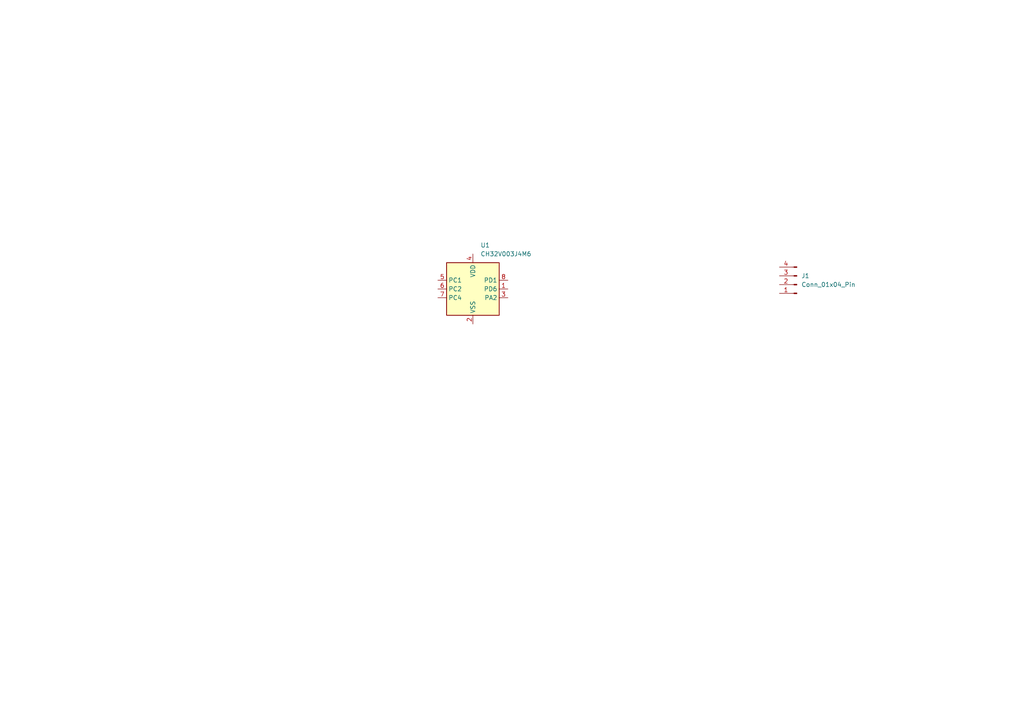
<source format=kicad_sch>
(kicad_sch (version 20231120) (generator "eeschema") (generator_version "8.0")
  (paper "A4")
  (lib_symbols
    (symbol "Connector:Conn_01x04_Pin" (pin_names (offset 1.016) hide)
      (property "Reference" "J" (at 0 5.08 0))
      (property "Value" "Conn_01x04_Pin" (at 0 -7.62 0))
      (symbol "Conn_01x04_Pin_1_1"
        (polyline (pts (xy 1.27 -5.08) (xy 0.8636 -5.08)) (stroke (width 0.1524)))
        (polyline (pts (xy 1.27 -2.54) (xy 0.8636 -2.54)) (stroke (width 0.1524)))
        (polyline (pts (xy 1.27 0) (xy 0.8636 0)) (stroke (width 0.1524)))
        (polyline (pts (xy 1.27 2.54) (xy 0.8636 2.54)) (stroke (width 0.1524)))
        (rectangle (start 0.8636 -4.953) (end 0 -5.207) (stroke (width 0.1524)) (fill (type outline)))
        (rectangle (start 0.8636 -2.413) (end 0 -2.667) (stroke (width 0.1524)) (fill (type outline)))
        (rectangle (start 0.8636 0.127) (end 0 -0.127) (stroke (width 0.1524)) (fill (type outline)))
        (rectangle (start 0.8636 2.667) (end 0 2.413) (stroke (width 0.1524)) (fill (type outline)))
        (pin passive line (at 5.08 2.54 180) (length 3.81) (name "Pin_1") (number "1"))
        (pin passive line (at 5.08 0 180) (length 3.81) (name "Pin_2") (number "2"))
        (pin passive line (at 5.08 -2.54 180) (length 3.81) (name "Pin_3") (number "3"))
        (pin passive line (at 5.08 -5.08 180) (length 3.81) (name "Pin_4") (number "4"))
      )
    )
    (symbol "wch_mcu:CH32V003J4M6"
      (property "Reference" "U" (at -3.81 -17.78 0))
      (property "Value" "CH32V003J4M6" (at 8.89 -17.78 0))
      (symbol "CH32V003J4M6_0_1"
        (rectangle (start -7.62 7.62) (end 7.62 -7.62) (stroke (width 0.254)) (fill (type background)))
      )
      (symbol "CH32V003J4M6_1_1"
        (pin bidirectional line (at 10.16 0 180) (length 2.54) (name "PD6") (number "1"))
        (pin power_in line (at 0 -10.16 90) (length 2.54) (name "VSS") (number "2"))
        (pin bidirectional line (at 10.16 -2.54 180) (length 2.54) (name "PA2") (number "3"))
        (pin power_in line (at 0 10.16 270) (length 2.54) (name "VDD") (number "4"))
        (pin bidirectional line (at -10.16 2.54 0) (length 2.54) (name "PC1") (number "5"))
        (pin bidirectional line (at -10.16 0 0) (length 2.54) (name "PC2") (number "6"))
        (pin bidirectional line (at -10.16 -2.54 0) (length 2.54) (name "PC4") (number "7"))
        (pin bidirectional line (at 10.16 2.54 180) (length 2.54) (name "PD1") (number "8"))
      )
    )
  )
  (symbol (lib_id "wch_mcu:CH32V003J4M6") (at 137.16 83.82 0) (unit 1)
    (property "Reference" "U1" (at 139.3541 71.12 0) (effects (justify left)))
    (property "Value" "CH32V003J4M6" (at 139.3541 73.66 0) (effects (justify left)))
    (property "Footprint" "Package_SO:SO-8_3.9x4.9mm_P1.27mm" (effects (hide yes)))
    (property "Datasheet" "http://www.wch-ic.com/downloads/CH32V003DS0_PDF.html" (effects (hide yes)))
    (property "Description" "RISC-V MCU, 48MHz" (effects (hide yes)))
  )
  (symbol (lib_id "Connector:Conn_01x04_Pin") (at 231.14 82.55 180) (unit 1)
    (property "Reference" "J1" (at 232.41 80.0099 0) (effects (justify right)))
    (property "Value" "Conn_01x04_Pin" (at 232.41 82.5499 0) (effects (justify right)))
    (property "Description" "Generic connector, single row, 01x04, script generated" (effects (hide yes)))
  )
)
</source>
